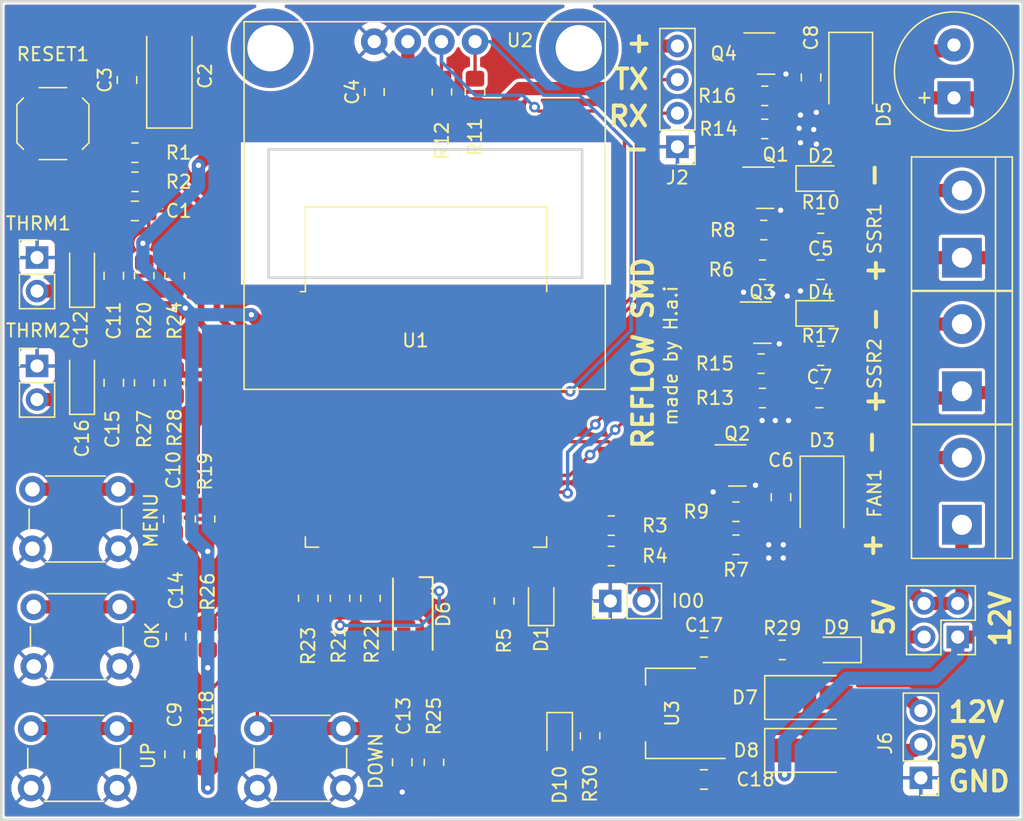
<source format=kicad_pcb>
(kicad_pcb (version 20211014) (generator pcbnew)
  (layers (0 "F.Cu" signal) (31 "B.Cu" signal) (34 "B.Paste" user) (35 "F.Paste" user) (36 "B.SilkS" user "B.Silkscreen") (37 "F.SilkS" user "F.Silkscreen") (38 "B.Mask" user) (39 "F.Mask" user) (44 "Edge.Cuts" user))
  (net 0 "")
  (net 1 "+5V")
  (net 2 "Net-(BZ1-Pad2)")
  (net 3 "Net-(RESET1-Pad1)")
  (net 4 "GND")
  (net 5 "+3V3")
  (net 6 "Net-(SSR1-Pad2)")
  (net 7 "Net-(FAN1-Pad1)")
  (net 8 "Net-(FAN1-Pad2)")
  (net 9 "Net-(SSR2-Pad2)")
  (net 10 "BUTTON1")
  (net 11 "BUTTON3")
  (net 12 "Net-(C11-Pad1)")
  (net 13 "BUTTON2")
  (net 14 "BUTTON4")
  (net 15 "Net-(C15-Pad1)")
  (net 16 "Net-(D1-Pad2)")
  (net 17 "Net-(D2-Pad1)")
  (net 18 "Net-(D4-Pad1)")
  (net 19 "Net-(D6-Pad1)")
  (net 20 "Net-(D6-Pad3)")
  (net 21 "Net-(D6-Pad4)")
  (net 22 "Net-(J1-Pad2)")
  (net 23 "RX")
  (net 24 "TX")
  (net 25 "+12V")
  (net 26 "EN")
  (net 27 "IO0")
  (net 28 "Net-(R5-Pad1)")
  (net 29 "SSR1")
  (net 30 "FAN")
  (net 31 "Net-(Q1-Pad1)")
  (net 32 "Net-(Q2-Pad1)")
  (net 33 "SDA")
  (net 34 "SCL")
  (net 35 "SSR2")
  (net 36 "BUZZER")
  (net 37 "Net-(Q3-Pad1)")
  (net 38 "Net-(Q4-Pad1)")
  (net 39 "LED_R")
  (net 40 "LED_G")
  (net 41 "LED_B")
  (net 42 "ADC1")
  (net 43 "ADC2")
  (net 58 "Net-(D7-Pad2)")
  (net 59 "Net-(D8-Pad2)")
  (net 60 "Net-(D9-Pad2)")
  (net 61 "Net-(D10-Pad2)")
  (footprint "Resistor_SMD:R_0805_2012Metric_Pad1.20x1.40mm_HandSolder" (layer "F.Cu") (at 135.1 106.15 -90)
    (fp_text reference "R23")
    (fp_text value "220" hide)
  )
  (footprint "Package_TO_SOT_SMD:SOT-23" (layer "F.Cu") (at 167.525 96.1)
    (fp_text reference "Q2")
    (fp_text value "SI2308" hide)
  )
  (footprint "Button_Switch_THT:SW_PUSH_6mm_H9.5mm" (layer "F.Cu") (at 131.25 116)
    (fp_text reference "DOWN")
    (fp_text value "SW_Push" hide)
  )
  (footprint "Resistor_SMD:R_0805_2012Metric_Pad1.20x1.40mm_HandSolder" (layer "F.Cu") (at 127.3 100.15 90)
    (fp_text reference "R19")
    (fp_text value "10K" hide)
  )
  (footprint "Diode_SMD:D_SMA" (layer "F.Cu") (at 176.1 66.75 -90)
    (fp_text reference "D5")
    (fp_text value "1N4007" hide)
  )
  (footprint "Resistor_SMD:R_0805_2012Metric_Pad1.20x1.40mm_HandSolder" (layer "F.Cu") (at 170.925 110.05)
    (fp_text reference "R29")
    (fp_text value "1K" hide)
  )
  (footprint "Capacitor_SMD:C_0805_2012Metric_Pad1.18x1.45mm_HandSolder" (layer "F.Cu") (at 140.1 67.85 90)
    (fp_text reference "C4")
    (fp_text value "100uF" hide)
  )
  (footprint "Resistor_SMD:R_0805_2012Metric_Pad1.20x1.40mm_HandSolder" (layer "F.Cu") (at 127.5 109.05 90)
    (fp_text reference "R26")
    (fp_text value "10K" hide)
  )
  (footprint "Resistor_SMD:R_0805_2012Metric_Pad1.20x1.40mm_HandSolder" (layer "F.Cu") (at 137.5 106.15 -90)
    (fp_text reference "R21")
    (fp_text value "220" hide)
  )
  (footprint "Resistor_SMD:R_0805_2012Metric_Pad1.20x1.40mm_HandSolder" (layer "F.Cu") (at 147.7 67.85 90)
    (fp_text reference "R11")
    (fp_text value "4K7" hide)
  )
  (footprint "Resistor_SMD:R_0805_2012Metric_Pad1.20x1.40mm_HandSolder" (layer "F.Cu") (at 158 102.95)
    (fp_text reference "R4")
    (fp_text value "470" hide)
  )
  (footprint "Capacitor_SMD:C_0805_2012Metric_Pad1.18x1.45mm_HandSolder" (layer "F.Cu") (at 125 117.95 -90)
    (fp_text reference "C9")
    (fp_text value "100uF" hide)
  )
  (footprint "Resistor_SMD:R_0805_2012Metric_Pad1.20x1.40mm_HandSolder" (layer "F.Cu") (at 167.425 102.1)
    (fp_text reference "R7")
    (fp_text value "10K" hide)
  )
  (footprint "Connector_PinHeader_2.54mm:PinHeader_1x02_P2.54mm_Vertical" (layer "F.Cu") (at 114.6 80.375)
    (fp_text reference "THRM1")
    (fp_text value "THERMAL" hide)
  )
  (footprint "LED_SMD:LED_0805_2012Metric_Pad1.15x1.40mm_HandSolder" (layer "F.Cu") (at 152.7 106.35 90)
    (fp_text reference "D1")
    (fp_text value "LED" hide)
  )
  (footprint "TerminalBlock:TerminalBlock_bornier-2_P5.08mm" (layer "F.Cu") (at 184.5 100.59 90)
    (fp_text reference "FAN1")
    (fp_text value "Screw_Terminal_01x02" hide)
  )
  (footprint "Resistor_SMD:R_0805_2012Metric_Pad1.20x1.40mm_HandSolder" (layer "F.Cu") (at 169.6 70.65)
    (fp_text reference "R14")
    (fp_text value "10K" hide)
  )
  (footprint "Capacitor_SMD:C_0805_2012Metric_Pad1.18x1.45mm_HandSolder" (layer "F.Cu") (at 120.4 81.75 90)
    (fp_text reference "C11")
    (fp_text value "100nF" hide)
  )
  (footprint "Diode_SMD:D_SMA" (layer "F.Cu") (at 173 113.65)
    (fp_text reference "D7")
    (fp_text value "SS24" hide)
  )
  (footprint "Diode_SMD:D_SMA" (layer "F.Cu") (at 173.925 98.8 -90)
    (fp_text reference "D3")
    (fp_text value "1N4007" hide)
  )
  (footprint "Connector_PinHeader_2.54mm:PinHeader_1x04_P2.54mm_Vertical" (layer "F.Cu") (at 163 72 180)
    (fp_text reference "J2")
    (fp_text value "Conn_01x04" hide)
  )
  (footprint "Capacitor_SMD:C_0805_2012Metric_Pad1.18x1.45mm_HandSolder" (layer "F.Cu") (at 173.725 91 180)
    (fp_text reference "C7")
    (fp_text value "100uF" hide)
  )
  (footprint "Resistor_SMD:R_0805_2012Metric_Pad1.20x1.40mm_HandSolder" (layer "F.Cu") (at 122.7 81.75 -90)
    (fp_text reference "R20")
    (fp_text value "4K7" hide)
  )
  (footprint "Capacitor_SMD:C_0805_2012Metric_Pad1.18x1.45mm_HandSolder" (layer "F.Cu") (at 124.9 100.15 -90)
    (fp_text reference "C10")
    (fp_text value "100uF" hide)
  )
  (footprint "Connector_PinHeader_2.54mm:PinHeader_2x02_P2.54mm_Vertical" (layer "F.Cu") (at 184.185 109.075 180)
    (fp_text reference "J3" hide)
    (fp_text value "Conn_02x02_Odd_Even" hide)
  )
  (footprint "LED_SMD:LED_RGB_1210" (layer "F.Cu") (at 143 107.35 -90)
    (fp_text reference "D6")
    (fp_text value "LED_RABG" hide)
  )
  (footprint "LED_SMD:LED_0805_2012Metric_Pad1.15x1.40mm_HandSolder" (layer "F.Cu") (at 154.1 116.65 -90)
    (fp_text reference "D10")
    (fp_text value "LED" hide)
  )
  (footprint "RF_Module:ESP32-WROOM-32" (layer "F.Cu") (at 144 92.4)
    (fp_text reference "U1")
    (fp_text value "ESP32-WROOM-32" hide)
  )
  (footprint "Button_Switch_THT:SW_PUSH_6mm_H9.5mm" (layer "F.Cu") (at 114.15 116)
    (fp_text reference "UP")
    (fp_text value "SW_Push" hide)
  )
  (footprint "Resistor_SMD:R_0805_2012Metric_Pad1.20x1.40mm_HandSolder" (layer "F.Cu") (at 125 81.75 -90)
    (fp_text reference "R24")
    (fp_text value "22R" hide)
  )
  (footprint "Resistor_SMD:R_0805_2012Metric_Pad1.20x1.40mm_HandSolder" (layer "F.Cu") (at 169.425 91)
    (fp_text reference "R13")
    (fp_text value "10K" hide)
  )
  (footprint "Buzzer_Beeper:buzzer_9056" (layer "F.Cu") (at 183.9 68.3 90)
    (fp_text reference "BZ1" hide)
    (fp_text value "Buzzer" hide)
  )
  (footprint "Capacitor_Tantalum_SMD:CP_EIA-6032-15_Kemet-U_Pad2.25x2.35mm_HandSolder" (layer "F.Cu") (at 124.6 66.65 90)
    (fp_text reference "C2")
    (fp_text value "100uF/10V" hide)
  )
  (footprint "Package_TO_SOT_SMD:SOT-23" (layer "F.Cu") (at 169.425 85.3)
    (fp_text reference "Q3")
    (fp_text value "SI2308" hide)
  )
  (footprint "Capacitor_SMD:C_0805_2012Metric_Pad1.18x1.45mm_HandSolder" (layer "F.Cu") (at 121.4 66.95 90)
    (fp_text reference "C3")
    (fp_text value "100uF" hide)
  )
  (footprint "Resistor_SMD:R_0805_2012Metric_Pad1.20x1.40mm_HandSolder" (layer "F.Cu") (at 145.2 67.85 90)
    (fp_text reference "R12")
    (fp_text value "4K7" hide)
  )
  (footprint "Capacitor_SMD:C_0805_2012Metric_Pad1.18x1.45mm_HandSolder" (layer "F.Cu") (at 120.4 89.85 90)
    (fp_text reference "C15")
    (fp_text value "100nF" hide)
  )
  (footprint "Resistor_SMD:R_0805_2012Metric_Pad1.20x1.40mm_HandSolder" (layer "F.Cu") (at 169.6 68.15 180)
    (fp_text reference "R16")
    (fp_text value "100" hide)
  )
  (footprint "Resistor_SMD:R_0805_2012Metric_Pad1.20x1.40mm_HandSolder" (layer "F.Cu") (at 149.9 106.35 -90)
    (fp_text reference "R5")
    (fp_text value "220" hide)
  )
  (footprint "Resistor_SMD:R_0805_2012Metric_Pad1.20x1.40mm_HandSolder" (layer "F.Cu") (at 122 74.65 180)
    (fp_text reference "R2")
    (fp_text value "470" hide)
  )
  (footprint "Package_TO_SOT_SMD:SOT-23" (layer "F.Cu") (at 169.7 64.95)
    (fp_text reference "Q4")
    (fp_text value "SI2308" hide)
  )
  (footprint "Capacitor_Tantalum_SMD:CP_EIA-3216-10_Kemet-I_Pad1.58x1.35mm_HandSolder" (layer "F.Cu") (at 118 89.75 90)
    (fp_text reference "C16")
    (fp_text value "10uF/10V" hide)
  )
  (footprint "Resistor_SMD:R_0805_2012Metric_Pad1.20x1.40mm_HandSolder" (layer "F.Cu") (at 125 89.85 -90)
    (fp_text reference "R28")
    (fp_text value "22R" hide)
  )
  (footprint "Resistor_SMD:R_0805_2012Metric_Pad1.20x1.40mm_HandSolder" (layer "F.Cu") (at 173.825 87.8)
    (fp_text reference "R17")
    (fp_text value "470" hide)
  )
  (footprint "Capacitor_SMD:C_0805_2012Metric_Pad1.18x1.45mm_HandSolder" (layer "F.Cu") (at 122 76.85)
    (fp_text reference "C1")
    (fp_text value "100uF" hide)
  )
  (footprint "Package_TO_SOT_SMD:SOT-23" (layer "F.Cu") (at 169.625 75.1)
    (fp_text reference "Q1")
    (fp_text value "SI2308" hide)
  )
  (footprint "Package_TO_SOT_SMD:SOT-223-3_TabPin2" (layer "F.Cu") (at 162.5 114.85 180)
    (fp_text reference "U3")
    (fp_text value "AMS1117-3.3" hide)
  )
  (footprint "LED_SMD:LED_0805_2012Metric_Pad1.15x1.40mm_HandSolder" (layer "F.Cu") (at 175.025 110.05 180)
    (fp_text reference "D9")
    (fp_text value "LED" hide)
  )
  (footprint "TerminalBlock:TerminalBlock_bornier-2_P5.08mm" (layer "F.Cu") (at 184.5 90.49 90)
    (fp_text reference "SSR2")
    (fp_text value "Screw_Terminal_01x02" hide)
  )
  (footprint "Button_Switch_THT:SW_PUSH_6mm_H9.5mm" (layer "F.Cu") (at 114.25 97.9)
    (fp_text reference "MENU")
    (fp_text value "SW_Push" hide)
  )
  (footprint "Diode_SMD:D_SMA" (layer "F.Cu") (at 173 117.65)
    (fp_text reference "D8")
    (fp_text value "SS24" hide)
  )
  (footprint "Resistor_SMD:R_0805_2012Metric_Pad1.20x1.40mm_HandSolder" (layer "F.Cu") (at 156.4 116.55 -90)
    (fp_text reference "R30")
    (fp_text value "220" hide)
  )
  (footprint "Resistor_SMD:R_0805_2012Metric_Pad1.20x1.40mm_HandSolder" (layer "F.Cu") (at 158 100.65 180)
    (fp_text reference "R3")
    (fp_text value "10K" hide)
  )
  (footprint "Resistor_SMD:R_0805_2012Metric_Pad1.20x1.40mm_HandSolder" (layer "F.Cu") (at 169.525 78.3 180)
    (fp_text reference "R8")
    (fp_text value "100" hide)
  )
  (footprint "TerminalBlock:TerminalBlock_bornier-2_P5.08mm" (layer "F.Cu") (at 184.5 80.39 90)
    (fp_text reference "SSR1")
    (fp_text value "Screw_Terminal_01x02" hide)
  )
  (footprint "Resistor_SMD:R_0805_2012Metric_Pad1.20x1.40mm_HandSolder" (layer "F.Cu") (at 139.8 106.15 -90)
    (fp_text reference "R22")
    (fp_text value "220" hide)
  )
  (footprint "Capacitor_SMD:C_0805_2012Metric_Pad1.18x1.45mm_HandSolder" (layer "F.Cu") (at 170.825 98.5 90)
    (fp_text reference "C6")
    (fp_text value "100uF" hide)
  )
  (footprint "Resistor_SMD:R_0805_2012Metric_Pad1.20x1.40mm_HandSolder" (layer "F.Cu") (at 169.425 81.3)
    (fp_text reference "R6")
    (fp_text value "10K" hide)
  )
  (footprint "LED_SMD:LED_0805_2012Metric_Pad1.15x1.40mm_HandSolder" (layer "F.Cu") (at 173.825 84.6)
    (fp_text reference "D4")
    (fp_text value "LED" hide)
  )
  (footprint "Resistor_SMD:R_0805_2012Metric_Pad1.20x1.40mm_HandSolder" (layer "F.Cu") (at 169.325 88.4 180)
    (fp_text reference "R15")
    (fp_text value "100" hide)
  )
  (footprint "Resistor_SMD:R_0805_2012Metric_Pad1.20x1.40mm_HandSolder" (layer "F.Cu") (at 173.825 77.8)
    (fp_text reference "R10")
    (fp_text value "470" hide)
  )
  (footprint "Resistor_SMD:R_0805_2012Metric_Pad1.20x1.40mm_HandSolder" (layer "F.Cu") (at 127.4 117.95 90)
    (fp_text reference "R18")
    (fp_text value "10K" hide)
  )
  (footprint "Connector_PinHeader_2.54mm:PinHeader_1x02_P2.54mm_Vertical" (layer "F.Cu") (at 157.925 106.35 90)
    (fp_text reference "IO0")
    (fp_text value "Conn_01x02" hide)
  )
  (footprint "Connector_PinHeader_2.54mm:PinHeader_1x03_P2.54mm_Vertical" (layer "F.Cu") (at 181.4 119.725 180)
    (fp_text reference "J6")
    (fp_text value "Conn_01x03" hide)
  )
  (footprint "LED_SMD:LED_0805_2012Metric_Pad1.15x1.40mm_HandSolder" (layer "F.Cu") (at 173.825 74.4)
    (fp_text reference "D2")
    (fp_text value "LED" hide)
  )
  (footprint "Resistor_SMD:R_0805_2012Metric_Pad1.20x1.40mm_HandSolder" (layer "F.Cu") (at 167.425 99.6 180)
    (fp_text reference "R9")
    (fp_text value "100" hide)
  )
  (footprint "Capacitor_SMD:C_0805_2012Metric_Pad1.18x1.45mm_HandSolder" (layer "F.Cu") (at 173.1 66.75 90)
    (fp_text reference "C8")
    (fp_text value "100uF" hide)
  )
  (footprint "Connector_PinHeader_2.54mm:PinHeader_1x02_P2.54mm_Vertical" (layer "F.Cu") (at 114.6 88.575)
    (fp_text reference "THRM2")
    (fp_text value "THERMAL" hide)
  )
  (footprint "Resistor_SMD:R_0805_2012Metric_Pad1.20x1.40mm_HandSolder" (layer "F.Cu") (at 122.7 89.85 -90)
    (fp_text reference "R27")
    (fp_text value "4K7" hide)
  )
  (footprint "Resistor_SMD:R_0805_2012Metric_Pad1.20x1.40mm_HandSolder" (layer "F.Cu") (at 144.6 118.55 90)
    (fp_text reference "R25")
    (fp_text value "10K" hide)
  )
  (footprint "Button_Switch_SMD:SW_SPST_SKQG_WithStem" (layer "F.Cu") (at 115.8 70.25 -90)
    (fp_text reference "RESET1")
    (fp_text value "SW_Push" hide)
  )
  (footprint "Capacitor_SMD:C_0805_2012Metric_Pad1.18x1.45mm_HandSolder" (layer "F.Cu") (at 125.1 109.05 -90)
    (fp_text reference "C14")
    (fp_text value "100uF" hide)
  )
  (footprint "Capacitor_SMD:C_0805_2012Metric_Pad1.18x1.45mm_HandSolder" (layer "F.Cu") (at 165 109.85)
    (fp_text reference "C17")
    (fp_text value "100uF" hide)
  )
  (footprint "Capacitor_Tantalum_SMD:CP_EIA-3216-10_Kemet-I_Pad1.58x1.35mm_HandSolder" (layer "F.Cu") (at 118 81.65 90)
    (fp_text reference "C12")
    (fp_text value "10uF/10V" hide)
  )
  (footprint "Capacitor_SMD:C_0805_2012Metric_Pad1.18x1.45mm_HandSolder" (layer "F.Cu") (at 165 119.85)
    (fp_text reference "C18")
    (fp_text value "100uF" hide)
  )
  (footprint "Display:OLED_128_64" (layer "F.Cu") (at 130.245 62.545)
    (fp_text reference "U2")
    (fp_text value "OLED_TFT_128_64" hide)
  )
  (footprint "Capacitor_SMD:C_0805_2012Metric_Pad1.18x1.45mm_HandSolder" (layer "F.Cu") (at 142.2 118.55 -90)
    (fp_text reference "C13")
    (fp_text value "100uF" hide)
  )
  (footprint "Button_Switch_THT:SW_PUSH_6mm_H9.5mm" (layer "F.Cu") (at 114.35 106.8)
    (fp_text reference "OK")
    (fp_text value "SW_Push" hide)
  )
  (footprint "Capacitor_SMD:C_0805_2012Metric_Pad1.18x1.45mm_HandSolder" (layer "F.Cu") (at 173.825 81.3 180)
    (fp_text reference "C5")
    (fp_text value "100uF" hide)
  )
  (footprint "Resistor_SMD:R_0805_2012Metric_Pad1.20x1.40mm_HandSolder" (layer "F.Cu") (at 122 72.45)
    (fp_text reference "R1")
    (fp_text value "10K" hide)
  )
  (gr_line (start 189.1 122.9) (end 189.1 61) (layer "Edge.Cuts") (width 0.2))
  (gr_line (start 111.9 122.9) (end 111.9 61) (layer "Edge.Cuts") (width 0.2))
  (gr_line (start 189.1 61) (end 111.9 61) (layer "Edge.Cuts") (width 0.2))
  (gr_rect (start 132.1 81.9) (end 155.8 72.2) (layer "Edge.Cuts") (width 0.2) (fill none))
  (gr_line (start 189.1 122.9) (end 111.9 122.9) (layer "Edge.Cuts") (width 0.2))
  (gr_text "+" (at 178 81.25) (layer "F.SilkS") (effects (font (size 1.5 1.5) (thickness 0.3))))
  (gr_text "+" (at 177.8 102.05) (layer "F.SilkS") (effects (font (size 1.5 1.5) (thickness 0.3))))
  (gr_text "12V" (at 187.41 107.7 90) (layer "F.SilkS") (effects (font (size 1.5 1.5) (thickness 0.3))))
  (gr_text "12V" (at 185.6 114.75) (layer "F.SilkS") (effects (font (size 1.5 1.5) (thickness 0.3))))
  (gr_text "TX" (at 159.5 66.9) (layer "F.SilkS") (effects (font (size 1.5 1.5) (thickness 0.3))))
  (gr_text "RX" (at 159.3 69.7) (layer "F.SilkS") (effects (font (size 1.5 1.5) (thickness 0.3))))
  (gr_text "+" (at 178 91.15) (layer "F.SilkS") (effects (font (size 1.5 1.5) (thickness 0.3))))
  (gr_text "REFLOW SMD" (at 160.4 87.6 90) (layer "F.SilkS") (effects (font (size 1.5 1.5) (thickness 0.3))))
  (gr_text "made by H.a.i" (at 162.5 87.8 90) (layer "F.SilkS") (effects (font (size 1 1))))
  (gr_text "-" (at 177.6 94.35 90) (layer "F.SilkS") (effects (font (size 1.5 1.5) (thickness 0.3))))
  (gr_text "5V" (at 184.9 117.45) (layer "F.SilkS") (effects (font (size 1.5 1.5) (thickness 0.3))))
  (gr_text "-" (at 177.9 85.05 90) (layer "F.SilkS") (effects (font (size 1.5 1.5) (thickness 0.3))))
  (gr_text "5V" (at 178.61 107.6 90) (layer "F.SilkS") (effects (font (size 1.5 1.5) (thickness 0.3))))
  (gr_text "+" (at 160.1 64.1) (layer "F.SilkS") (effects (font (size 1.5 1.5) (thickness 0.3))))
  (gr_text "GND" (at 185.8 120) (layer "F.SilkS") (effects (font (size 1.5 1.5) (thickness 0.3))))
  (gr_text "-" (at 159.9 72.1) (layer "F.SilkS") (effects (font (size 1.5 1.5) (thickness 0.3))))
  (gr_text "-" (at 177.8 74.15 90) (layer "F.SilkS") (effects (font (size 1.5 1.5) (thickness 0.3))))
  (segment (start 174.85 81.3125) (end 174.8625 81.3) (width 1) (layer "F.Cu") (net 1))
  (segment (start 184.5 90.49) (end 184.61 90.6) (width 1) (layer "F.Cu") (net 1))
  (segment (start 187.8 80.1) (end 187.8 79.1) (width 1) (layer "F.Cu") (net 1))
  (segment (start 183.99 91) (end 184.5 90.49) (width 1) (layer "F.Cu") (net 1))
  (segment (start 184.5 80.39) (end 187.51 80.39) (width 1) (layer "F.Cu") (net 1))
  (segment (start 175.1375 67.7875) (end 176.1 68.75) (width 1) (layer "F.Cu") (net 1))
  (segment (start 187.8 79.1) (end 187.8 70.8) (width 1) (layer "F.Cu") (net 1))
  (segment (start 168.3 116) (end 168.3 113.1) (width 1) (layer "F.Cu") (net 1))
  (segment (start 187.8 107.6) (end 187.8 88) (width 1) (layer "F.Cu") (net 1))
  (segment (start 187.8 70.8) (end 185.3 68.3) (width 1) (layer "F.Cu") (net 1))
  (segment (start 173.1 67.7875) (end 175.1375 67.7875) (width 1) (layer "F.Cu") (net 1))
  (segment (start 169.95 117.65) (end 168.3 116) (width 1) (layer "F.Cu") (net 1))
  (segment (start 183.9 68.3) (end 176.55 68.3) (width 1) (layer "F.Cu") (net 1))
  (segment (start 187.8 88) (end 187.8 79.1) (width 1) (layer "F.Cu") (net 1))
  (segment (start 171 117.65) (end 169.95 117.65) (width 1) (layer "F.Cu") (net 1))
  (segment (start 171.1 117.75) (end 171 117.65) (width 1) (layer "F.Cu") (net 1))
  (segment (start 171.1 119.5) (end 171.1 117.75) (width 1) (layer "F.Cu") (net 1))
  (segment (start 163.9625 109.85) (end 163.9625 110.8625) (width 1) (layer "F.Cu") (net 1))
  (segment (start 167.75 112.55) (end 165.65 112.55) (width 1) (layer "F.Cu") (net 1))
  (segment (start 185.3 68.3) (end 183.9 68.3) (width 1) (layer "F.Cu") (net 1))
  (segment (start 186.325 109.075) (end 187.8 107.6) (width 1) (layer "F.Cu") (net 1))
  (segment (start 168.3 113.1) (end 167.75 112.55) (width 1) (layer "F.Cu") (net 1))
  (segment (start 174.85 84.6) (end 174.85 81.3125) (width 1) (layer "F.Cu") (net 1))
  (segment (start 176.1 73.15) (end 174.85 74.4) (width 1) (layer "F.Cu") (net 1))
  (segment (start 184.185 109.075) (end 186.325 109.075) (width 1) (layer "F.Cu") (net 1))
  (segment (start 184.61 90.6) (end 187.5 90.6) (width 1) (layer "F.Cu") (net 1))
  (segment (start 187.51 80.39) (end 187.8 80.1) (width 1) (layer "F.Cu") (net 1))
  (segment (start 176.1 68.75) (end 176.1 73.15) (width 1) (layer "F.Cu") (net 1))
  (segment (start 176.55 68.3) (end 176.1 68.75) (width 1) (layer "F.Cu") (net 1))
  (segment (start 174.8625 81.3) (end 175.7725 80.39) (width 1) (layer "F.Cu") (net 1))
  (segment (start 163.9625 110.8625) (end 165.65 112.55) (width 1) (layer "F.Cu") (net 1))
  (segment (start 175.7725 80.39) (end 184.5 80.39) (width 1) (layer "F.Cu") (net 1))
  (segment (start 174.7625 91) (end 183.99 91) (width 1) (layer "F.Cu") (net 1))
  (segment (start 187.5 90.6) (end 187.6 90.7) (width 1) (layer "F.Cu") (net 1))
  (via (at 171.1 119.5) (size 0.8) (drill 0.4) (layers "F.Cu" "B.Cu") (net 1))
  (segment (start 184.185 110.415) (end 182.4 112.2) (width 1) (layer "B.Cu") (net 1))
  (segment (start 171.1 116.9) (end 171.1 119.5) (width 1) (layer "B.Cu") (net 1))
  (segment (start 182.4 112.2) (end 175.8 112.2) (width 1) (layer "B.Cu") (net 1))
  (segment (start 175.8 112.2) (end 171.1 116.9) (width 1) (layer "B.Cu") (net 1))
  (segment (start 184.185 109.075) (end 184.185 110.415) (width 1) (layer "B.Cu") (net 1))
  (segment (start 175.9 64.95) (end 176.1 64.75) (width 1) (layer "F.Cu") (net 2))
  (segment (start 183.45 64.75) (end 183.9 64.3) (width 1) (layer "F.Cu") (net 2))
  (segment (start 170.6375 64.95) (end 175.9 64.95) (width 1) (layer "F.Cu") (net 2))
  (segment (start 176.1 64.75) (end 183.45 64.75) (width 1) (layer "F.Cu") (net 2))
  (segment (start 120.9625 76.0625) (end 120.9625 74.6875) (width 1) (layer "F.Cu") (net 3))
  (segment (start 117.65 73.95) (end 119.7625 76.0625) (width 1) (layer "F.Cu") (net 3))
  (segment (start 120.9625 76.85) (end 120.9625 76.0625) (width 1) (layer "F.Cu") (net 3))
  (segment (start 120.9625 74.6875) (end 121 74.65) (width 1) (layer "F.Cu") (net 3))
  (segment (start 117.65 67.15) (end 117.65 73.35) (width 1) (layer "F.Cu") (net 3))
  (segment (start 119.7625 76.0625) (end 120.9625 76.0625) (width 1) (layer "F.Cu") (net 3))
  (segment (start 117.65 73.35) (end 117.65 73.95) (width 1) (layer "F.Cu") (net 3))
  (segment (start 140.1 66.8125) (end 140.085 66.7975) (width 0.25) (layer "F.Cu") (net 4))
  (segment (start 142.2 119.5875) (end 142.2 120.8) (width 0.25) (layer "F.Cu") (net 4))
  (via (at 168.9 97.6) (size 0.8) (drill 0.4) (layers "F.Cu" "B.Cu") (net 4))
  (via (at 171 103.1) (size 0.8) (drill 0.4) (layers "F.Cu" "B.Cu") (net 4))
  (via (at 170.2 83.1) (size 0.8) (drill 0.4) (layers "F.Cu" "B.Cu") (net 4))
  (via (at 171 102.1) (size 0.8) (drill 0.4) (layers "F.Cu" "B.Cu") (net 4))
  (via (at 173.5 69.4) (size 0.8) (drill 0.4) (layers "F.Cu" "B.Cu") (net 4))
  (via (at 171.3 83.3) (size 0.8) (drill 0.4) (layers "F.Cu" "B.Cu") (net 4))
  (via (at 142.2 120.8) (size 0.8) (drill 0.4) (layers "F.Cu" "B.Cu") (net 4))
  (via (at 172.3 71.7) (size 0.8) (drill 0.4) (layers "F.Cu" "B.Cu") (net 4))
  (via (at 173.5 71.8) (size 0.8) (drill 0.4) (layers "F.Cu" "B.Cu") (net 4))
  (via (at 170.4 92.7) (size 0.8) (drill 0.4) (layers "F.Cu" "B.Cu") (net 4))
  (via (at 173.3 70.7) (size 0.8) (drill 0.4) (layers "F.Cu" "B.Cu") (net 4))
  (via (at 171.2 66.5) (size 0.8) (drill 0.4) (layers "F.Cu" "B.Cu") (net 4))
  (via (at 169.9 102.1) (size 0.8) (drill 0.4) (layers "F.Cu" "B.Cu") (net 4))
  (via (at 168 83) (size 0.8) (drill 0.4) (layers "F.Cu" "B.Cu") (net 4))
  (via (at 171.4 92.7) (size 0.8) (drill 0.4) (layers "F.Cu" "B.Cu") (net 4))
  (via (at 169.4 92.7) (size 0.8) (drill 0.4) (layers "F.Cu" "B.Cu") (net 4))
  (via (at 172.3 69.6) (size 0.8) (drill 0.4) (layers "F.Cu" "B.Cu") (net 4))
  (via (at 165.7 98.1) (size 0.8) (drill 0.4) (layers "F.Cu" "B.Cu") (net 4))
  (via (at 172.2 70.6) (size 0.8) (drill 0.4) (layers "F.Cu" "B.Cu") (net 4))
  (via (at 172.3 82.9) (size 0.8) (drill 0.4) (layers "F.Cu" "B.Cu") (net 4))
  (via (at 169.9 103.1) (size 0.8) (drill 0.4) (layers "F.Cu" "B.Cu") (net 4))
  (via (at 170.8 76.8) (size 0.8) (drill 0.4) (layers "F.Cu" "B.Cu") (net 4))
  (via (at 170.7 86.9) (size 0.8) (drill 0.4) (layers "F.Cu" "B.Cu") (net 4))
  (segment (start 162.75 114.85) (end 165.65 114.85) (width 1) (layer "F.Cu") (net 5))
  (segment (start 140.1 118.9) (end 139.4 118.2) (width 1) (layer "F.Cu") (net 5))
  (segment (start 142.15 68.85) (end 140.1375 68.85) (width 1) (layer "F.Cu") (net 5))
  (segment (start 165.65 114.85) (end 159.35 114.85) (width 1) (layer "F.Cu") (net 5))
  (segment (start 140.1 68.8875) (end 139.7875 69.2) (width 1) (layer "F.Cu") (net 5))
  (segment (start 142.625 68.375) (end 142.15 68.85) (width 1) (layer "F.Cu") (net 5))
  (segment (start 139.4 118.2) (end 128.6 118.2) (width 1) (layer "F.Cu") (net 5))
  (segment (start 162.1 108.9) (end 162.1 114.7) (width 1) (layer "F.Cu") (net 5))
  (segment (start 140.1 68.8875) (end 142.6125 68.8875) (width 0.25) (layer "F.Cu") (net 5))
  (segment (start 144.6 119.55) (end 144.6 121.4) (width 1) (layer "F.Cu") (net 5))
  (segment (start 163.75 119.55) (end 163.9625 119.7625) (width 1) (layer "F.Cu") (net 5))
  (segment (start 142.625 68.875) (end 142.6125 68.8875) (width 0.25) (layer "F.Cu") (net 5))
  (segment (start 144.6 119.55) (end 147.15 119.55) (width 1) (layer "F.Cu") (net 5))
  (segment (start 127.5 120.5) (end 127.5 119.05) (width 0.254) (layer "F.Cu") (net 5))
  (segment (start 147.7 68.85) (end 142.15 68.85) (width 1) (layer "F.Cu") (net 5))
  (segment (start 122.6 79.3) (end 122.6 80.65) (width 0.5) (layer "F.Cu") (net 5))
  (segment (start 147.7 68.85) (end 149.85 68.85) (width 1) (layer "F.Cu") (net 5))
  (segment (start 142.8 103.7) (end 145.4 103.7) (width 1) (layer "F.Cu") (net 5))
  (segment (start 145.4 103.7) (end 147.15 105.45) (width 1) (layer "F.Cu") (net 5))
  (segment (start 142.3 104.2) (end 142.8 103.7) (width 1) (layer "F.Cu") (net 5))
  (segment (start 127.5 101.35) (end 127.3 101.15) (width 0.254) (layer "F.Cu") (net 5))
  (segment (start 163.9625 119.85) (end 163.05 119.85) (width 1) (layer "F.Cu") (net 5))
  (segment (start 127.5 119.05) (end 127.4 118.95) (width 0.254) (layer "F.Cu") (net 5))
  (segment (start 151.1 67.6) (end 158.3 67.6) (width 1) (layer "F.Cu") (net 5))
  (segment (start 162.5 119.3) (end 162.5 115.1) (width 1) (layer "F.Cu") (net 5))
  (segment (start 161.52 64.38) (end 163 64.38) (width 1) (layer "F.Cu") (net 5))
  (segment (start 140.1375 68.85) (end 140.1 68.8875) (width 1) (layer "F.Cu") (net 5))
  (segment (start 159 100.65) (end 161.45 100.65) (width 1) (layer "F.Cu") (net 5))
  (segment (start 142.3 105.6) (end 142.3 104.2) (width 1) (layer "F.Cu") (net 5))
  (segment (start 156.4 115.55) (end 158.65 115.55) (width 1) (layer "F.Cu") (net 5))
  (segment (start 121 68.3875) (end 121.4 67.9875) (width 1) (layer "F.Cu") (net 5))
  (segment (start 149.85 68.85) (end 151.1 67.6) (width 1) (layer "F.Cu") (net 5))
  (segment (start 162.7 101.9) (end 162.7 108.3) (width 1) (layer "F.Cu") (net 5))
  (segment (start 142.6125 68.8875) (end 147.6625 68.8875) (width 0.25) (layer "F.Cu") (net 5))
  (segment (start 161.45 100.65) (end 162.7 101.9) (width 1) (layer "F.Cu") (net 5))
  (segment (start 128.6 118.2) (end 127.5 119.3) (width 1) (layer "F.Cu") (net 5))
  (segment (start 127.5 110.05) (end 127.5 111.4) (width 1) (layer "F.Cu") (net 5))
  (segment (start 121 72.45) (end 121 68.3875) (width 1) (layer "F.Cu") (net 5))
  (segment (start 162.7 108.3) (end 162.1 108.9) (width 1) (layer "F.Cu") (net 5))
  (segment (start 163.05 119.85) (end 162.5 119.3) (width 1) (layer "F.Cu") (net 5))
  (segment (start 121.4 67.9875) (end 123.3875 67.9875) (width 1) (layer "F.Cu") (net 5))
  (segment (start 139.7875 69.2) (end 127.9 69.2) (width 1) (layer "F.Cu") (net 5))
  (segment (start 140.5 122) (end 140.1 121.6) (width 1) (layer "F.Cu") (net 5))
  (segment (start 127.9 69.2) (end 127.9 72.3) (width 1) (layer "F.Cu") (net 5))
  (segment (start 122.7 87.3) (end 125.8 84.2) (width 1) (layer "F.Cu") (net 5))
  (segment (start 162.5 115.1) (end 162.75 114.85) (width 1) (layer "F.Cu") (net 5))
  (segment (start 127.5 119.3) (end 127.5 120.5) (width 1) (layer "F.Cu") (net 5))
  (segment (start 163.9625 119.7625) (end 163.9625 119.85) (width 1) (layer "F.Cu") (net 5))
  (segment (start 147.6625 68.8875) (end 147.7 68.85) (width 0.25) (layer "F.Cu") (net 5))
  (segment (start 123.3875 67.9875) (end 124.6 69.2) (width 1) (layer "F.Cu") (net 5))
  (segment (start 131.515 85.415) (end 130.8 84.7) (width 1) (layer "F.Cu") (net 5))
  (segment (start 122.6 80.65) (end 122.7 80.75) (width 0.5) (layer "F.Cu") (net 5))
  (segment (start 127.9 69.2) (end 124.6 69.2) (width 1) (layer "F.Cu") (net 5))
  (segment (start 162.1 114.7) (end 162.5 115.1) (width 1) (layer "F.Cu") (net 5))
  (segment (start 127.9 72.3) (end 126.8 73.4) (width 1) (layer "F.Cu") (net 5))
  (segment (start 140.1 121.6) (end 140.1 118.9) (width 1) (layer "F.Cu") (net 5))
  (segment (start 144.6 121.4) (end 144 122) (width 1) (layer "F.Cu") (net 5))
  (segment (start 144 122) (end 140.5 122) (width 1) (layer "F.Cu") (net 5))
  (segment (start 158.65 115.55) (end 159.35 114.85) (width 1) (layer "F.Cu") (net 5))
  (segment (start 158.3 67.6) (end 161.52 64.38) (width 1) (layer "F.Cu") (net 5))
  (segment (start 142.625 64.045) (end 142.625 68.875) (width 0.25) (layer "F.Cu") (net 5))
  (segment (start 147.15 105.45) (end 147.15 119.55) (width 1) (layer "F.Cu") (net 5))
  (segment (start 135.5 85.415) (end 131.515 85.415) (width 1) (layer "F.Cu") (net 5))
  (segment (start 142.625 64.045) (end 142.625 68.375) (width 1) (layer "F.Cu") (net 5))
  (segment (start 122.7 88.85) (end 122.7 87.3) (width 1) (layer "F.Cu") (net 5))
  (segment (start 147.15 119.55) (end 163.75 119.55) (width 1) (layer "F.Cu") (net 5))
  (segment (start 127.5 102.6) (end 127.5 101.35) (width 1) (layer "F.Cu") (net 5))
  (via (at 122.6 79.3) (size 0.8) (drill 0.4) (layers "F.Cu" "B.Cu") (net 5))
  (via (at 127.5 102.6) (size 0.8) (drill 0.4) (layers "F.Cu" "B.Cu") (net 5))
  (via (at 127.5 111.4) (size 0.8) (drill 0.4) (layers "F.Cu" "B.Cu") (net 5))
  (via (at 130.8 84.7) (size 0.8) (drill 0.4) (layers "F.Cu" "B.Cu") (net 5))
  (via (at 126.8 73.4) (size 0.8) (drill 0.4) (layers "F.Cu" "B.Cu") (net 5))
  (via (at 125.8 84.2) (size 0.8) (drill 0.4) (layers "F.Cu" "B.Cu") (net 5))
  (via (at 127.5 120.5) (size 0.8) (drill 0.4) (layers "F.Cu" "B.Cu") (net 5))
  (segment (start 127.5 111.4) (end 127.5 102.6) (width 1) (layer "B.Cu") (net 5))
  (segment (start 125.8 84.2) (end 126.3 84.7) (width 1) (layer "B.Cu") (net 5))
  (segment (start 126.3 101.4) (end 127.5 102.6) (width 1) (layer "B.Cu") (net 5))
  (segment (start 127.5 111.4) (end 127.5 120.5) (width 1) (layer "B.Cu") (net 5))
  (segment (start 126.3 84.7) (end 126.3 101.4) (width 1) (layer "B.Cu") (net 5))
  (segment (start 126.3 84.7) (end 122.6 81) (width 1) (layer "B.Cu") (net 5))
  (segment (start 130.8 84.7) (end 126.3 84.7) (width 1) (layer "B.Cu") (net 5))
  (segment (start 122.6 79.2) (end 122.6 79.3) (width 1) (layer "B.Cu") (net 5))
  (segment (start 122.6 81) (end 122.6 79.3) (width 1) (layer "B.Cu") (net 5))
  (segment (start 126.8 75) (end 122.6 79.2) (width 1) (layer "B.Cu") (net 5))
  (segment (start 126.8 73.4) (end 126.8 75) (width 1) (layer "B.Cu") (net 5))
  (segment (start 184.5 75.31) (end 179.09 75.31) (width 1) (layer "F.Cu") (net 6))
  (segment (start 172.7875 81.3) (end 171.7 80.2125) (width 0.254) (layer "F.Cu") (net 6))
  (segment (start 170.6 75.1) (end 170.5625 75.1) (width 0.254) (layer "F.Cu") (net 6))
  (segment (start 176.5 77.9) (end 174.925 77.9) (width 1) (layer "F.Cu") (net 6))
  (segment (start 172.7875 81.3) (end 174.825 79.2625) (width 0.254) (layer "F.Cu") (net 6))
  (segment (start 179.09 75.31) (end 176.5 77.9) (width 1) (layer "F.Cu") (net 6))
  (segment (start 174.925 77.9) (end 174.825 77.8) (width 1) (layer "F.Cu") (net 6))
  (segment (start 171.7 80.2125) (end 171.7 76.2) (width 0.254) (layer "F.Cu") (net 6))
  (segment (start 171.7 76.2) (end 170.6 75.1) (width 0.254) (layer "F.Cu") (net 6))
  (segment (start 174.825 79.2625) (end 174.825 77.8) (width 0.254) (layer "F.Cu") (net 6))
  (segment (start 181.645 106.535) (end 184.185 106.535) (width 1) (layer "F.Cu") (net 7))
  (segment (start 170.825 99.5375) (end 172.6625 99.5375) (width 1) (layer "F.Cu") (net 7))
  (segment (start 175.91 100.8) (end 181.645 106.535) (width 1) (layer "F.Cu") (net 7))
  (segment (start 173.925 100.8) (end 175.91 100.8) (width 1) (layer "F.Cu") (net 7))
  (segment (start 184.5 100.59) (end 184.5 106.22) (width 1) (layer "F.Cu") (net 7))
  (segment (start 172.6625 99.5375) (end 173.925 100.8) (width 1) (layer "F.Cu") (net 7))
  (segment (start 184.5 106.22) (end 184.185 106.535) (width 1) (layer "F.Cu") (net 7))
  (segment (start 171.4 96.1) (end 173.225 96.1) (width 1) (layer "F.Cu") (net 8))
  (segment (start 170.825 97.4625) (end 170.825 96.675) (width 1) (layer "F.Cu") (net 8))
  (segment (start 168.4625 96.1) (end 171.4 96.1) (width 1) (layer "F.Cu") (net 8))
  (segment (start 175.215 95.51) (end 173.925 96.8) (width 1) (layer "F.Cu") (net 8))
  (segment (start 184.5 95.51) (end 175.215 95.51) (width 1) (layer "F.Cu") (net 8))
  (segment (start 173.225 96.1) (end 173.925 96.8) (width 1) (layer "F.Cu") (net 8))
  (segment (start 170.825 96.675) (end 171.4 96.1) (width 1) (layer "F.Cu") (net 8))
  (segment (start 174.825 88.8625) (end 172.6875 91) (width 0.254) (layer "F.Cu") (net 9))
  (segment (start 172.6875 90.8875) (end 171.5 89.7) (width 0.254) (layer "F.Cu") (net 9))
  (segment (start 179.39 85.41) (end 177 87.8) (width 1) (layer "F.Cu") (net 9))
  (segment (start 177 87.8) (end 174.825 87.8) (width 1) (layer "F.Cu") (net 9))
  (segment (start 184.5 85.41) (end 179.39 85.41) (width 1) (layer "F.Cu") (net 9))
  (segment (start 170.8 85.3) (end 170.3625 85.3) (width 0.254) (layer "F.Cu") (net 9))
  (segment (start 171.5 89.7) (end 171.5 86) (width 0.254) (layer "F.Cu") (net 9))
  (segment (start 171.5 86) (end 170.8 85.3) (width 0.254) (layer "F.Cu") (net 9))
  (segment (start 174.825 87.8) (end 174.825 88.8625) (width 0.254) (layer "F.Cu") (net 9))
  (segment (start 172.6875 91) (end 172.6875 90.8875) (width 0.254) (layer "F.Cu") (net 9))
  (segment (start 129.7 94.4) (end 131.065 93.035) (width 0.254) (layer "F.Cu") (net 10))
  (segment (start 127.4 113.4) (end 129.7 111.1) (width 0.254) (layer "F.Cu") (net 10))
  (segment (start 131.065 93.035) (end 135.5 93.035) (width 0.254) (layer "F.Cu") (net 10))
  (segment (start 127.4 116.95) (end 127.4 113.4) (width 0.254) (layer "F.Cu") (net 10))
  (segment (start 120.65 116) (end 124.0875 116) (width 1) (layer "F.Cu") (net 10))
  (segment (start 114.15 116) (end 120.65 116) (width 1) (layer "F.Cu") (net 10))
  (segment (start 125.0375 116.95) (end 125 116.9125) (width 1) (layer "F.Cu") (net 10))
  (segment (start 129.7 111.1) (end 129.7 94.4) (width 0.254) (layer "F.Cu") (net 10))
  (segment (start 124.0875 116) (end 125 116.9125) (width 1) (layer "F.Cu") (net 10))
  (segment (start 127.4 116.95) (end 125.0375 116.95) (width 1) (layer "F.Cu") (net 10))
  (segment (start 127.3 99.15) (end 124.9375 99.15) (width 1) (layer "F.Cu") (net 11))
  (segment (start 123.6875 97.9) (end 124.9 99.1125) (width 1) (layer "F.Cu") (net 11))
  (segment (start 127.3 93.3) (end 127.3 99.15) (width 0.254) (layer "F.Cu") (net 11))
  (segment (start 114.25 97.9) (end 120.75 97.9) (width 1) (layer "F.Cu") (net 11))
  (segment (start 130.105 90.495) (end 127.3 93.3) (width 0.254) (layer "F.Cu") (net 11))
  (segment (start 124.9375 99.15) (end 124.9 99.1125) (width 1) (layer "F.Cu") (net 11))
  (segment (start 135.5 90.495) (end 130.105 90.495) (width 0.254) (layer "F.Cu") (net 11))
  (segment (start 120.75 97.9) (end 123.6875 97.9) (width 1) (layer "F.Cu") (net 11))
  (segment (start 124.835 82.915) (end 125 82.75) (width 1) (layer "F.Cu") (net 12))
  (segment (start 114.6 82.915) (end 124.835 82.915) (width 1) (layer "F.Cu") (net 12))
  (segment (start 137.75 116) (end 140.6875 116) (width 1) (layer "F.Cu") (net 13))
  (segment (start 144.6 117.55) (end 142.2375 117.55) (width 1) (layer "F.Cu") (net 13))
  (segment (start 140.6875 116) (end 142.2 117.5125) (width 1) (layer "F.Cu") (net 13))
  (segment (start 131.25 95.55) (end 132.495 94.305) (width 0.254) (layer "F.Cu") (net 13))
  (segment (start 131.25 116) (end 131.25 95.55) (width 0.254) (layer "F.Cu") (net 13))
  (segment (start 132.495 94.305) (end 135.5 94.305) (width 0.254) (layer "F.Cu") (net 13))
  (segment (start 142.2375 117.55) (end 142.2 117.5125) (width 1) (layer "F.Cu") (net 13))
  (segment (start 131.25 116) (end 137.75 116) (width 1) (layer "F.Cu") (net 13))
  (segment (start 127.5 108.05) (end 125.1375 108.05) (width 1) (layer "F.Cu") (net 14))
  (segment (start 128.9 93.5) (end 130.635 91.765) (width 0.254) (layer "F.Cu") (net 14))
  (segment (start 123.8875 106.8) (end 125.1 108.0125) (width 1) (layer "F.Cu") (net 14))
  (segment (start 128.9 106.65) (end 128.9 93.5) (width 0.254) (layer "F.Cu") (net 14))
  (segment (start 127.5 108.05) (end 128.9 106.65) (width 0.254) (layer "F.Cu") (net 14))
  (segment (start 120.85 106.8) (end 123.8875 106.8) (width 1) (layer "F.Cu") (net 14))
  (segment (start 130.635 91.765) (end 135.5 91.765) (width 0.254) (layer "F.Cu") (net 14))
  (segment (start 114.35 106.8) (end 120.85 106.8) (width 1) (layer "F.Cu") (net 14))
  (segment (start 125.1375 108.05) (end 125.1 108.0125) (width 1) (layer "F.Cu") (net 14))
  (segment (start 114.6 91.115) (end 124.735 91.115) (width 1) (layer "F.Cu") (net 15))
  (segment (start 124.735 91.115) (end 125 90.85) (width 1) (layer "F.Cu") (net 15))
  (segment (start 149.9 107.35) (end 150.675 107.35) (width 0.5) (layer "F.Cu") (net 16))
  (segment (start 150.675 107.35) (end 152.7 105.325) (width 0.5) (layer "F.Cu") (net 16))
  (segment (start 172.825 77.8) (end 172.825 74.425) (width 0.254) (layer "F.Cu") (net 17))
  (segment (start 172.825 74.425) (end 172.8 74.4) (width 0.254) (layer "F.Cu") (net 17))
  (segment (start 172.825 84.625) (end 172.825 87.8) (width 0.254) (layer "F.Cu") (net 18))
  (segment (start 172.8 84.6) (end 172.825 84.625) (width 0.254) (layer "F.Cu") (net 18))
  (segment (start 137.5 107.15) (end 137.5 108.2) (width 0.254) (layer "F.Cu") (net 19))
  (segment (start 145 105.6) (end 143.7 105.6) (width 0.254) (layer "F.Cu") (net 19))
  (via (at 137.5 108.2) (size 0.8) (drill 0.4) (layers "F.Cu" "B.Cu") (net 19))
  (via (at 145 105.6) (size 0.8) (drill 0.4) (layers "F.Cu" "B.Cu") (net 19))
  (segment (start 145 106.8) (end 143.6 108.2) (width 0.254) (layer "B.Cu") (net 19))
  (segment (start 145 105.6) (end 145 106.8) (width 0.254) (layer "B.Cu") (net 19))
  (segment (start 143.6 108.2) (end 137.5 108.2) (width 0.254) (layer "B.Cu") (net 19))
  (segment (start 142.3 109.1) (end 135.9 109.1) (width 0.254) (layer "F.Cu") (net 20))
  (segment (start 135.1 108.3) (end 135.1 107.15) (width 0.254) (layer "F.Cu") (net 20))
  (segment (start 135.9 109.1) (end 135.1 108.3) (width 0.254) (layer "F.Cu") (net 20))
  (segment (start 143.7 107.9) (end 143.7 109.1) (width 0.254) (layer "F.Cu") (net 21))
  (segment (start 142.95 107.15) (end 143.7 107.9) (width 0.254) (layer "F.Cu") (net 21))
  (segment (start 139.8 107.15) (end 142.95 107.15) (width 0.254) (layer "F.Cu") (net 21))
  (segment (start 160.465 106.35) (end 160.465 104.415) (width 1) (layer "F.Cu") (net 22))
  (segment (start 160.465 104.415) (end 159 102.95) (width 1) (layer "F.Cu") (net 22))
  (segment (start 154.310718 89.225) (end 160.34952 83.186197) (width 0.25) (layer "F.Cu") (net 23))
  (segment (start 152.5 89.225) (end 154.310718 89.225) (width 0.25) (layer "F.Cu") (net 23))
  (segment (start 160.34952 69.95048) (end 160.84 69.46) (width 0.25) (layer "F.Cu") (net 23))
  (segment (start 160.84 69.46) (end 163 69.46) (width 0.25) (layer "F.Cu") (net 23))
  (segment (start 160.34952 83.186197) (end 160.34952 69.95048) (width 0.25) (layer "F.Cu") (net 23))
  (segment (start 154.945 87.955) (end 159.9 83) (width 0.25) (layer "F.Cu") (net 24))
  (segment (start 159.9 68.2) (end 161.18 66.92) (width 0.25) (layer "F.Cu") (net 24))
  (segment (start 161.18 66.92) (end 163 66.92) (width 0.25) (layer "F.Cu") (net 24))
  (segment (start 159.9 83) (end 159.9 68.2) (width 0.25) (layer "F.Cu") (net 24))
  (segment (start 152.5 87.955) (end 154.945 87.955) (width 0.25) (layer "F.Cu") (net 24))
  (segment (start 177.7 107.3) (end 171 107.3) (width 1) (layer "F.Cu") (net 25))
  (segment (start 181.645 109.075) (end 179.475 109.075) (width 1) (layer "F.Cu") (net 25))
  (segment (start 169.925 112.575) (end 169.925 110.05) (width 1) (layer "F.Cu") (net 25))
  (segment (start 179.475 109.075) (end 177.7 107.3) (width 1) (layer "F.Cu") (net 25))
  (segment (start 169.925 108.375) (end 169.925 110.05) (width 1) (layer "F.Cu") (net 25))
  (segment (start 171 107.3) (end 169.925 108.375) (width 1) (layer "F.Cu") (net 25))
  (segment (start 171 113.65) (end 169.925 112.575) (width 1) (layer "F.Cu") (net 25))
  (segment (start 130.185 86.685) (end 128.2 84.7) (width 0.5) (layer "F.Cu") (net 26))
  (segment (start 125.35 74.65) (end 123 74.65) (width 0.5) (layer "F.Cu") (net 26))
  (segment (start 135.5 86.685) (end 130.185 86.685) (width 0.5) (layer "F.Cu") (net 26))
  (segment (start 123 72.45) (end 123 74.65) (width 1) (layer "F.Cu") (net 26))
  (segment (start 128.2 77.5) (end 125.35 74.65) (width 0.5) (layer "F.Cu") (net 26))
  (segment (start 128.2 84.7) (end 128.2 77.5) (width 0.5) (layer "F.Cu") (net 26))
  (segment (start 156.995 100.655) (end 157 100.65) (width 1) (layer "F.Cu") (net 27))
  (segment (start 157 102.95) (end 157 100.65) (width 1) (layer "F.Cu") (net 27))
  (segment (start 152.5 100.655) (end 156.995 100.655) (width 0.5) (layer "F.Cu") (net 27))
  (segment (start 149.715 105.165) (end 149.9 105.35) (width 0.5) (layer "F.Cu") (net 28))
  (segment (start 149.715 101.655) (end 149.715 105.165) (width 0.5) (layer "F.Cu") (net 28))
  (segment (start 156.8 93) (end 156.8 92.925) (width 0.254) (layer "F.Cu") (net 29))
  (segment (start 156.8 92.925) (end 168.425 81.3) (width 0.254) (layer "F.Cu") (net 29))
  (segment (start 170.525 79.175) (end 170.525 78.3) (width 0.254) (layer "F.Cu") (net 29))
  (segment (start 154.7 98.2) (end 154.615 98.115) (width 0.254) (layer "F.Cu") (net 29))
  (segment (start 154.615 98.115) (end 152.5 98.115) (width 0.254) (layer "F.Cu") (net 29))
  (segment (start 168.425 81.275) (end 170.525 79.175) (width 0.254) (layer "F.Cu") (net 29))
  (segment (start 168.425 81.3) (end 168.425 81.275) (width 0.254) (layer "F.Cu") (net 29))
  (via (at 154.7 98.2) (size 0.8) (drill 0.4) (layers "F.Cu" "B.Cu") (net 29))
  (via (at 156.8 93) (size 0.8) (drill 0.4) (layers "F.Cu" "B.Cu") (net 29))
  (segment (start 156.8 93) (end 154.7 95.1) (width 0.254) (layer "B.Cu") (net 29))
  (segment (start 154.7 95.1) (end 154.7 98.2) (width 0.254) (layer "B.Cu") (net 29))
  (segment (start 152.5 94.305) (end 157.805 94.305) (width 0.254) (layer "F.Cu") (net 30))
  (segment (start 166.425 101.6) (end 168.425 99.6) (width 0.254) (layer "F.Cu") (net 30))
  (segment (start 157.805 94.305) (end 165.6 102.1) (width 0.254) (layer "F.Cu") (net 30))
  (segment (start 166.425 102.1) (end 166.425 101.6) (width 0.254) (layer "F.Cu") (net 30))
  (segment (start 165.6 102.1) (end 166.425 102.1) (width 0.254) (layer "F.Cu") (net 30))
  (segment (start 167.55 74.15) (end 168.6875 74.15) (width 0.254) (layer "F.Cu") (net 31))
  (segment (start 168.525 78.3) (end 167.4 78.3) (width 0.254) (layer "F.Cu") (net 31))
  (segment (start 166.8 77.7) (end 166.8 74.9) (width 0.254) (layer "F.Cu") (net 31))
  (segment (start 167.4 78.3) (end 166.8 77.7) (width 0.254) (layer "F.Cu") (net 31))
  (segment (start 166.8 74.9) (end 167.55 74.15) (width 0.254) (layer "F.Cu") (net 31))
  (segment (start 165.25 95.15) (end 166.5875 95.15) (width 0.254) (layer "F.Cu") (net 32))
  (segment (start 164.7 98.9) (end 164.7 95.7) (width 0.254) (layer "F.Cu") (net 32))
  (segment (start 165.4 99.6) (end 164.7 98.9) (width 0.254) (layer "F.Cu") (net 32))
  (segment (start 164.7 95.7) (end 165.25 95.15) (width 0.254) (layer "F.Cu") (net 32))
  (segment (start 166.425 99.6) (end 165.4 99.6) (width 0.254) (layer "F.Cu") (net 32))
  (segment (start 147.705 66.845) (end 147.7 66.85) (width 0.25) (layer "F.Cu") (net 33))
  (segment (start 147.705 64.045) (end 147.705 66.845) (width 0.25) (layer "F.Cu") (net 33))
  (segment (start 154.9 90.5) (end 154.895 90.495) (width 0.25) (layer "F.Cu") (net 33))
  (segment (start 152.5 90.495) (end 154.895 90.495) (width 0.25) (layer "F.Cu") (net 33))
  (via (at 154.895 90.495) (size 0.8) (drill 0.4) (layers "F.Cu" "B.Cu") (net 33))
  (segment (start 148.845 64.045) (end 147.705 64.045) (width 0.25) (layer "B.Cu") (net 33))
  (segment (start 159.5 72) (end 155.6 68.1) (width 0.25) (layer "B.Cu") (net 33))
  (segment (start 152.9 68.1) (end 148.845 64.045) (width 0.25) (layer "B.Cu") (net 33))
  (segment (start 159.5 85.89) (end 159.5 72) (width 0.25) (layer "B.Cu") (net 33))
  (segment (start 155.6 68.1) (end 152.9 68.1) (width 0.25) (layer "B.Cu") (net 33))
  (segment (start 154.895 90.495) (end 159.5 85.89) (width 0.25) (layer "B.Cu") (net 33))
  (segment (start 152.5 69.3) (end 156.8 69.3) (width 0.25) (layer "F.Cu") (net 34))
  (segment (start 145.165 66.815) (end 145.2 66.85) (width 0.25) (layer "F.Cu") (net 34))
  (segment (start 156.8 69.3) (end 159 71.5) (width 0.25) (layer "F.Cu") (net 34))
  (segment (start 159 82.7) (end 155.015 86.685) (width 0.25) (layer "F.Cu") (net 34))
  (segment (start 152.2 69) (end 152.5 69.3) (width 0.25) (layer "F.Cu") (net 34))
  (segment (start 145.165 64.045) (end 145.165 66.815) (width 0.25) (layer "F.Cu") (net 34))
  (segment (start 155.015 86.685) (end 152.5 86.685) (width 0.25) (layer "F.Cu") (net 34))
  (segment (start 159 71.5) (end 159 82.7) (width 0.25) (layer "F.Cu") (net 34))
  (via (at 152.2 69) (size 0.8) (drill 0.4) (layers "F.Cu" "B.Cu") (net 34))
  (via (at 152.2 69) (size 0.8) (drill 0.4) (layers "F.Cu" "B.Cu") (net 34))
  (segment (start 145.165 65.565) (end 145.165 64.045) (width 0.25) (layer "B.Cu") (net 34))
  (segment (start 147.7 68.1) (end 145.165 65.565) (width 0.25) (layer "B.Cu") (net 34))
  (segment (start 151.3 68.1) (end 147.7 68.1) (width 0.25) (layer "B.Cu") (net 34))
  (segment (start 152.2 69) (end 151.3 68.1) (width 0.25) (layer "B.Cu") (net 34))
  (segment (start 154.855 96.845) (end 152.5 96.845) (width 0.254) (layer "F.Cu") (net 35))
  (segment (start 156.4 95.3) (end 154.855 96.845) (width 0.254) (layer "F.Cu") (net 35))
  (segment (start 168.425 91) (end 168.425 90.575) (width 0.254) (layer "F.Cu") (net 35))
  (segment (start 158.3 93.4) (end 160.7 91) (width 0.254) (layer "F.Cu") (net 35))
  (segment (start 160.7 91) (end 168.425 91) (width 0.254) (layer "F.Cu") (net 35))
  (segment (start 168.425 90.575) (end 170.325 88.675) (width 0.254) (layer "F.Cu") (net 35))
  (segment (start 170.325 88.675) (end 170.325 88.4) (width 0.254) (layer "F.Cu") (net 35))
  (via (at 156.4 95.3) (size 0.8) (drill 0.4) (layers "F.Cu" "B.Cu") (net 35))
  (via (at 158.3 93.4) (size 0.8) (drill 0.4) (layers "F.Cu" "B.Cu") (net 35))
  (segment (start 156.4 95.3) (end 158.3 93.4) (width 0.254) (layer "B.Cu") (net 35))
  (segment (start 163.4 75.8) (end 168.55 70.65) (width 0.254) (layer "F.Cu") (net 36))
  (segment (start 168.55 70.65) (end 168.6 70.65) (width 0.254) (layer "F.Cu") (net 36))
  (segment (start 168.6 70.15) (end 170.6 68.15) (width 0.254) (layer "F.Cu") (net 36))
  (segment (start 154.665 93.035) (end 163.4 84.3) (width 0.254) (layer "F.Cu") (net 36))
  (segment (start 163.4 84.3) (end 163.4 75.8) (width 0.254) (layer "F.Cu") (net 36))
  (segment (start 168.6 70.65) (end 168.6 70.15) (width 0.254) (layer "F.Cu") (net 36))
  (segment (start 152.5 93.035) (end 154.665 93.035) (width 0.254) (layer "F.Cu") (net 36))
  (segment (start 167 88.5) (end 168.225 88.5) (width 0.254) (layer "F.Cu") (net 37))
  (segment (start 168.225 88.5) (end 168.325 88.4) (width 0.254) (layer "F.Cu") (net 37))
  (segment (start 166.75 84.35) (end 166.5 84.6) (width 0.254) (layer "F.Cu") (net 37))
  (segment (start 168.4875 84.35) (end 166.75 84.35) (width 0.254) (layer "F.Cu") (net 37))
  (segment (start 166.5 84.6) (end 166.5 88) (width 0.254) (layer "F.Cu") (net 37))
  (segment (start 166.5 88) (end 167 88.5) (width 0.254) (layer "F.Cu") (net 37))
  (segment (start 168.6 68.15) (end 167.55 68.15) (width 0.254) (layer "F.Cu") (net 38))
  (segment (start 166.9 64.7) (end 167.6 64) (width 0.254) (layer "F.Cu") (net 38))
  (segment (start 167.6 64) (end 168.7625 64) (width 0.254) (layer "F.Cu") (net 38))
  (segment (start 166.9 67.5) (end 166.9 64.7) (width 0.254) (layer "F.Cu") (net 38))
  (segment (start 167.55 68.15) (end 166.9 67.5) (width 0.254) (layer "F.Cu") (net 38))
  (segment (start 135.5 101.9) (end 137.5 103.9) (width 0.254) (layer "F.Cu") (net 39))
  (segment (start 137.5 103.9) (end 137.5 105.15) (width 0.254) (layer "F.Cu") (net 39))
  (segment (start 135.5 100.655) (end 135.5 101.9) (width 0.254) (layer "F.Cu") (net 39))
  (segment (start 139.555 101.655) (end 139.555 104.905) (width 0.254) (layer "F.Cu") (net 40))
  (segment (start 139.555 104.905) (end 139.8 105.15) (width 0.254) (layer "F.Cu") (net 40))
  (segment (start 133.4 100) (end 133.4 103.45) (width 0.254) (layer "F.Cu") (net 41))
  (segment (start 135.5 99.385) (end 134.015 99.385) (width 0.254) (layer "F.Cu") (net 41))
  (segment (start 133.4 103.45) (end 135.1 105.15) (width 0.254) (layer "F.Cu") (net 41))
  (segment (start 134.015 99.385) (end 133.4 100) (width 0.254) (layer "F.Cu") (net 41))
  (segment (start 127 81.8) (end 125.95 80.75) (width 0.5) (layer "F.Cu") (net 42))
  (segment (start 127 85.4) (end 127 81.8) (width 0.5) (layer "F.Cu") (net 42))
  (segment (start 125.95 80.75) (end 125 80.75) (width 0.5) (layer "F.Cu") (net 42))
  (segment (start 129.555 87.955) (end 127 85.4) (width 0.5) (layer "F.Cu") (net 42))
  (segment (start 135.5 87.955) (end 129.555 87.955) (width 0.5) (layer "F.Cu") (net 42))
  (segment (start 125.375 89.225) (end 125 88.85) (width 0.5) (layer "F.Cu") (net 43))
  (segment (start 135.5 89.225) (end 125.375 89.225) (width 0.5) (layer "F.Cu") (net 43))
  (segment (start 175 113.65) (end 180.405 113.65) (width 1) (layer "F.Cu") (net 58))
  (segment (start 180.405 113.65) (end 181.4 114.645) (width 1) (layer "F.Cu") (net 58))
  (segment (start 180.935 117.65) (end 181.4 117.185) (width 1) (layer "F.Cu") (net 59))
  (segment (start 175 117.65) (end 180.935 117.65) (width 1) (layer "F.Cu") (net 59))
  (segment (start 171.925 110.05) (end 174 110.05) (width 1) (layer "F.Cu") (net 60))
  (segment (start 156.4 117.55) (end 154.225 117.55) (width 1) (layer "F.Cu") (net 61))
  (segment (start 154.225 117.55) (end 154.1 117.675) (width 1) (layer "F.Cu") (net 61))
  (zone (net 4) (net_name "GND") (layers F&B.Cu) (connect_pads (clearance 0.254)) (min_thickness 0.254) (fill yes (thermal_gap 0.5) (thermal_bridge_width 0.254))
    (polygon (pts (xy 189.1 122.9) (xy 111.9 122.9) (xy 111.9 61) (xy 189.1 61)))
  )
  (zone (net 5) (net_name "+3V3") (layer "F.Cu") (priority 1) (connect_pads yes (clearance 0.254)) (min_thickness 0.254) (fill yes (thermal_gap 0.508) (thermal_bridge_width 0.508))
    (polygon (pts (xy 160.4 114.1) (xy 166.6 114.1) (xy 166.6 115.6) (xy 160.3 115.6) (xy 160.3 116.7) (xy 158.3 116.7) (xy 158.3 112.9) (xy 160.4 112.9)))
  )
)
</source>
